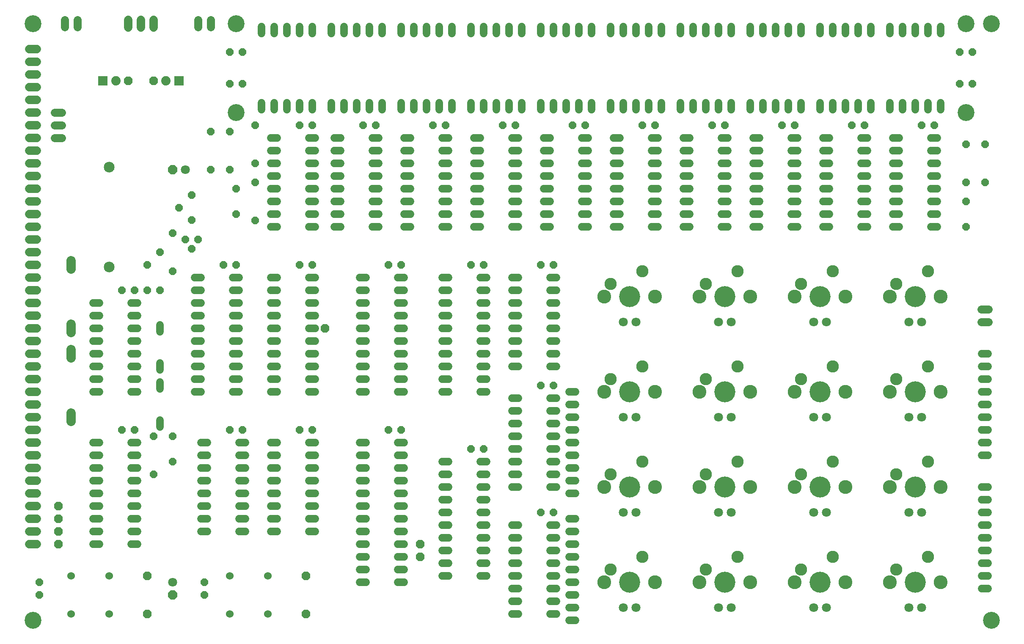
<source format=gts>
G04 EAGLE Gerber RS-274X export*
G75*
%MOMM*%
%FSLAX34Y34*%
%LPD*%
%INSoldermask Top*%
%IPPOS*%
%AMOC8*
5,1,8,0,0,1.08239X$1,22.5*%
G01*
%ADD10C,3.378200*%
%ADD11C,1.727200*%
%ADD12C,2.453200*%
%ADD13C,2.774800*%
%ADD14C,4.203600*%
%ADD15C,1.803400*%
%ADD16C,1.524000*%
%ADD17P,1.649562X8X112.500000*%
%ADD18C,1.524000*%
%ADD19P,1.869504X8X22.500000*%
%ADD20C,2.153200*%
%ADD21P,1.649562X8X292.500000*%
%ADD22C,1.879600*%
%ADD23P,1.649562X8X202.500000*%
%ADD24R,1.917700X1.917700*%
%ADD25C,1.879600*%
%ADD26C,1.625600*%
%ADD27P,1.649562X8X22.500000*%
%ADD28P,1.951982X8X292.500000*%
%ADD29P,1.951982X8X202.500000*%


D10*
X38100Y38100D03*
X38100Y1231900D03*
X1955800Y1231900D03*
X1955800Y38100D03*
X1905000Y1231900D03*
X1905000Y1054100D03*
X444500Y1054100D03*
X444500Y1231900D03*
D11*
X45720Y698500D02*
X30480Y698500D01*
X30480Y723900D02*
X45720Y723900D01*
X45720Y749300D02*
X30480Y749300D01*
X30480Y774700D02*
X45720Y774700D01*
X45720Y800100D02*
X30480Y800100D01*
X30480Y825500D02*
X45720Y825500D01*
X45720Y850900D02*
X30480Y850900D01*
X30480Y876300D02*
X45720Y876300D01*
X45720Y901700D02*
X30480Y901700D01*
X30480Y927100D02*
X45720Y927100D01*
X45720Y952500D02*
X30480Y952500D01*
X30480Y977900D02*
X45720Y977900D01*
X45720Y1003300D02*
X30480Y1003300D01*
X30480Y1028700D02*
X45720Y1028700D01*
X45720Y1054100D02*
X30480Y1054100D01*
X30480Y1079500D02*
X45720Y1079500D01*
X45720Y1104900D02*
X30480Y1104900D01*
X30480Y1155700D02*
X45720Y1155700D01*
X45720Y1181100D02*
X30480Y1181100D01*
X30480Y1130300D02*
X45720Y1130300D01*
X45720Y190500D02*
X30480Y190500D01*
X30480Y215900D02*
X45720Y215900D01*
X45720Y241300D02*
X30480Y241300D01*
X30480Y266700D02*
X45720Y266700D01*
X45720Y292100D02*
X30480Y292100D01*
X30480Y317500D02*
X45720Y317500D01*
X45720Y342900D02*
X30480Y342900D01*
X30480Y368300D02*
X45720Y368300D01*
X45720Y393700D02*
X30480Y393700D01*
X30480Y419100D02*
X45720Y419100D01*
X45720Y444500D02*
X30480Y444500D01*
X30480Y469900D02*
X45720Y469900D01*
X45720Y495300D02*
X30480Y495300D01*
X30480Y520700D02*
X45720Y520700D01*
X45720Y546100D02*
X30480Y546100D01*
X30480Y571500D02*
X45720Y571500D01*
X45720Y596900D02*
X30480Y596900D01*
X30480Y622300D02*
X45720Y622300D01*
X45720Y647700D02*
X30480Y647700D01*
X30480Y673100D02*
X45720Y673100D01*
D12*
X1193800Y711200D03*
X1257300Y736600D03*
D13*
X1181100Y685800D03*
X1282700Y685800D03*
D14*
X1231900Y685800D03*
D15*
X1244600Y635000D03*
X1219200Y635000D03*
D12*
X1384300Y711200D03*
X1447800Y736600D03*
D13*
X1371600Y685800D03*
X1473200Y685800D03*
D14*
X1422400Y685800D03*
D15*
X1435100Y635000D03*
X1409700Y635000D03*
D12*
X1574800Y711200D03*
X1638300Y736600D03*
D13*
X1562100Y685800D03*
X1663700Y685800D03*
D14*
X1612900Y685800D03*
D15*
X1625600Y635000D03*
X1600200Y635000D03*
D12*
X1765300Y711200D03*
X1828800Y736600D03*
D13*
X1752600Y685800D03*
X1854200Y685800D03*
D14*
X1803400Y685800D03*
D15*
X1816100Y635000D03*
X1790700Y635000D03*
D12*
X1193800Y520700D03*
X1257300Y546100D03*
D13*
X1181100Y495300D03*
X1282700Y495300D03*
D14*
X1231900Y495300D03*
D15*
X1244600Y444500D03*
X1219200Y444500D03*
D12*
X1384300Y520700D03*
X1447800Y546100D03*
D13*
X1371600Y495300D03*
X1473200Y495300D03*
D14*
X1422400Y495300D03*
D15*
X1435100Y444500D03*
X1409700Y444500D03*
D12*
X1574800Y520700D03*
X1638300Y546100D03*
D13*
X1562100Y495300D03*
X1663700Y495300D03*
D14*
X1612900Y495300D03*
D15*
X1625600Y444500D03*
X1600200Y444500D03*
D12*
X1765300Y520700D03*
X1828800Y546100D03*
D13*
X1752600Y495300D03*
X1854200Y495300D03*
D14*
X1803400Y495300D03*
D15*
X1816100Y444500D03*
X1790700Y444500D03*
D12*
X1193800Y330200D03*
X1257300Y355600D03*
D13*
X1181100Y304800D03*
X1282700Y304800D03*
D14*
X1231900Y304800D03*
D15*
X1244600Y254000D03*
X1219200Y254000D03*
D12*
X1384300Y330200D03*
X1447800Y355600D03*
D13*
X1371600Y304800D03*
X1473200Y304800D03*
D14*
X1422400Y304800D03*
D15*
X1435100Y254000D03*
X1409700Y254000D03*
D12*
X1574800Y330200D03*
X1638300Y355600D03*
D13*
X1562100Y304800D03*
X1663700Y304800D03*
D14*
X1612900Y304800D03*
D15*
X1625600Y254000D03*
X1600200Y254000D03*
D12*
X1765300Y330200D03*
X1828800Y355600D03*
D13*
X1752600Y304800D03*
X1854200Y304800D03*
D14*
X1803400Y304800D03*
D15*
X1816100Y254000D03*
X1790700Y254000D03*
D12*
X1384300Y139700D03*
X1447800Y165100D03*
D13*
X1371600Y114300D03*
X1473200Y114300D03*
D14*
X1422400Y114300D03*
D15*
X1435100Y63500D03*
X1409700Y63500D03*
D12*
X1574800Y139700D03*
X1638300Y165100D03*
D13*
X1562100Y114300D03*
X1663700Y114300D03*
D14*
X1612900Y114300D03*
D15*
X1625600Y63500D03*
X1600200Y63500D03*
D12*
X1765300Y139700D03*
X1828800Y165100D03*
D13*
X1752600Y114300D03*
X1854200Y114300D03*
D14*
X1803400Y114300D03*
D15*
X1816100Y63500D03*
X1790700Y63500D03*
D12*
X1193800Y139700D03*
X1257300Y165100D03*
D13*
X1181100Y114300D03*
X1282700Y114300D03*
D14*
X1231900Y114300D03*
D15*
X1244600Y63500D03*
X1219200Y63500D03*
D16*
X1752600Y1060196D02*
X1752600Y1073404D01*
X1778000Y1073404D02*
X1778000Y1060196D01*
X1803400Y1060196D02*
X1803400Y1073404D01*
X1828800Y1073404D02*
X1828800Y1060196D01*
X1854200Y1060196D02*
X1854200Y1073404D01*
X1854200Y1212596D02*
X1854200Y1225804D01*
X1828800Y1225804D02*
X1828800Y1212596D01*
X1803400Y1212596D02*
X1803400Y1225804D01*
X1778000Y1225804D02*
X1778000Y1212596D01*
X1752600Y1212596D02*
X1752600Y1225804D01*
X1758696Y1003300D02*
X1771904Y1003300D01*
X1771904Y977900D02*
X1758696Y977900D01*
X1758696Y850900D02*
X1771904Y850900D01*
X1771904Y825500D02*
X1758696Y825500D01*
X1758696Y952500D02*
X1771904Y952500D01*
X1771904Y927100D02*
X1758696Y927100D01*
X1758696Y876300D02*
X1771904Y876300D01*
X1771904Y901700D02*
X1758696Y901700D01*
X1834896Y825500D02*
X1848104Y825500D01*
X1848104Y850900D02*
X1834896Y850900D01*
X1834896Y876300D02*
X1848104Y876300D01*
X1848104Y901700D02*
X1834896Y901700D01*
X1834896Y927100D02*
X1848104Y927100D01*
X1848104Y952500D02*
X1834896Y952500D01*
X1834896Y977900D02*
X1848104Y977900D01*
X1848104Y1003300D02*
X1834896Y1003300D01*
X1612900Y1060196D02*
X1612900Y1073404D01*
X1638300Y1073404D02*
X1638300Y1060196D01*
X1663700Y1060196D02*
X1663700Y1073404D01*
X1689100Y1073404D02*
X1689100Y1060196D01*
X1714500Y1060196D02*
X1714500Y1073404D01*
X1714500Y1212596D02*
X1714500Y1225804D01*
X1689100Y1225804D02*
X1689100Y1212596D01*
X1663700Y1212596D02*
X1663700Y1225804D01*
X1638300Y1225804D02*
X1638300Y1212596D01*
X1612900Y1212596D02*
X1612900Y1225804D01*
X1618996Y1003300D02*
X1632204Y1003300D01*
X1632204Y977900D02*
X1618996Y977900D01*
X1618996Y850900D02*
X1632204Y850900D01*
X1632204Y825500D02*
X1618996Y825500D01*
X1618996Y952500D02*
X1632204Y952500D01*
X1632204Y927100D02*
X1618996Y927100D01*
X1618996Y876300D02*
X1632204Y876300D01*
X1632204Y901700D02*
X1618996Y901700D01*
X1695196Y825500D02*
X1708404Y825500D01*
X1708404Y850900D02*
X1695196Y850900D01*
X1695196Y876300D02*
X1708404Y876300D01*
X1708404Y901700D02*
X1695196Y901700D01*
X1695196Y927100D02*
X1708404Y927100D01*
X1708404Y952500D02*
X1695196Y952500D01*
X1695196Y977900D02*
X1708404Y977900D01*
X1708404Y1003300D02*
X1695196Y1003300D01*
X1473200Y1060196D02*
X1473200Y1073404D01*
X1498600Y1073404D02*
X1498600Y1060196D01*
X1524000Y1060196D02*
X1524000Y1073404D01*
X1549400Y1073404D02*
X1549400Y1060196D01*
X1574800Y1060196D02*
X1574800Y1073404D01*
X1574800Y1212596D02*
X1574800Y1225804D01*
X1549400Y1225804D02*
X1549400Y1212596D01*
X1524000Y1212596D02*
X1524000Y1225804D01*
X1498600Y1225804D02*
X1498600Y1212596D01*
X1473200Y1212596D02*
X1473200Y1225804D01*
X1479296Y1003300D02*
X1492504Y1003300D01*
X1492504Y977900D02*
X1479296Y977900D01*
X1479296Y850900D02*
X1492504Y850900D01*
X1492504Y825500D02*
X1479296Y825500D01*
X1479296Y952500D02*
X1492504Y952500D01*
X1492504Y927100D02*
X1479296Y927100D01*
X1479296Y876300D02*
X1492504Y876300D01*
X1492504Y901700D02*
X1479296Y901700D01*
X1555496Y825500D02*
X1568704Y825500D01*
X1568704Y850900D02*
X1555496Y850900D01*
X1555496Y876300D02*
X1568704Y876300D01*
X1568704Y901700D02*
X1555496Y901700D01*
X1555496Y927100D02*
X1568704Y927100D01*
X1568704Y952500D02*
X1555496Y952500D01*
X1555496Y977900D02*
X1568704Y977900D01*
X1568704Y1003300D02*
X1555496Y1003300D01*
X1333500Y1060196D02*
X1333500Y1073404D01*
X1358900Y1073404D02*
X1358900Y1060196D01*
X1384300Y1060196D02*
X1384300Y1073404D01*
X1409700Y1073404D02*
X1409700Y1060196D01*
X1435100Y1060196D02*
X1435100Y1073404D01*
X1435100Y1212596D02*
X1435100Y1225804D01*
X1409700Y1225804D02*
X1409700Y1212596D01*
X1384300Y1212596D02*
X1384300Y1225804D01*
X1358900Y1225804D02*
X1358900Y1212596D01*
X1333500Y1212596D02*
X1333500Y1225804D01*
X1339596Y1003300D02*
X1352804Y1003300D01*
X1352804Y977900D02*
X1339596Y977900D01*
X1339596Y850900D02*
X1352804Y850900D01*
X1352804Y825500D02*
X1339596Y825500D01*
X1339596Y952500D02*
X1352804Y952500D01*
X1352804Y927100D02*
X1339596Y927100D01*
X1339596Y876300D02*
X1352804Y876300D01*
X1352804Y901700D02*
X1339596Y901700D01*
X1415796Y825500D02*
X1429004Y825500D01*
X1429004Y850900D02*
X1415796Y850900D01*
X1415796Y876300D02*
X1429004Y876300D01*
X1429004Y901700D02*
X1415796Y901700D01*
X1415796Y927100D02*
X1429004Y927100D01*
X1429004Y952500D02*
X1415796Y952500D01*
X1415796Y977900D02*
X1429004Y977900D01*
X1429004Y1003300D02*
X1415796Y1003300D01*
X1193800Y1060196D02*
X1193800Y1073404D01*
X1219200Y1073404D02*
X1219200Y1060196D01*
X1244600Y1060196D02*
X1244600Y1073404D01*
X1270000Y1073404D02*
X1270000Y1060196D01*
X1295400Y1060196D02*
X1295400Y1073404D01*
X1295400Y1212596D02*
X1295400Y1225804D01*
X1270000Y1225804D02*
X1270000Y1212596D01*
X1244600Y1212596D02*
X1244600Y1225804D01*
X1219200Y1225804D02*
X1219200Y1212596D01*
X1193800Y1212596D02*
X1193800Y1225804D01*
X1199896Y1003300D02*
X1213104Y1003300D01*
X1213104Y977900D02*
X1199896Y977900D01*
X1199896Y850900D02*
X1213104Y850900D01*
X1213104Y825500D02*
X1199896Y825500D01*
X1199896Y952500D02*
X1213104Y952500D01*
X1213104Y927100D02*
X1199896Y927100D01*
X1199896Y876300D02*
X1213104Y876300D01*
X1213104Y901700D02*
X1199896Y901700D01*
X1276096Y825500D02*
X1289304Y825500D01*
X1289304Y850900D02*
X1276096Y850900D01*
X1276096Y876300D02*
X1289304Y876300D01*
X1289304Y901700D02*
X1276096Y901700D01*
X1276096Y927100D02*
X1289304Y927100D01*
X1289304Y952500D02*
X1276096Y952500D01*
X1276096Y977900D02*
X1289304Y977900D01*
X1289304Y1003300D02*
X1276096Y1003300D01*
X1054100Y1060196D02*
X1054100Y1073404D01*
X1079500Y1073404D02*
X1079500Y1060196D01*
X1104900Y1060196D02*
X1104900Y1073404D01*
X1130300Y1073404D02*
X1130300Y1060196D01*
X1155700Y1060196D02*
X1155700Y1073404D01*
X1155700Y1212596D02*
X1155700Y1225804D01*
X1130300Y1225804D02*
X1130300Y1212596D01*
X1104900Y1212596D02*
X1104900Y1225804D01*
X1079500Y1225804D02*
X1079500Y1212596D01*
X1054100Y1212596D02*
X1054100Y1225804D01*
X1060196Y1003300D02*
X1073404Y1003300D01*
X1073404Y977900D02*
X1060196Y977900D01*
X1060196Y850900D02*
X1073404Y850900D01*
X1073404Y825500D02*
X1060196Y825500D01*
X1060196Y952500D02*
X1073404Y952500D01*
X1073404Y927100D02*
X1060196Y927100D01*
X1060196Y876300D02*
X1073404Y876300D01*
X1073404Y901700D02*
X1060196Y901700D01*
X1136396Y825500D02*
X1149604Y825500D01*
X1149604Y850900D02*
X1136396Y850900D01*
X1136396Y876300D02*
X1149604Y876300D01*
X1149604Y901700D02*
X1136396Y901700D01*
X1136396Y927100D02*
X1149604Y927100D01*
X1149604Y952500D02*
X1136396Y952500D01*
X1136396Y977900D02*
X1149604Y977900D01*
X1149604Y1003300D02*
X1136396Y1003300D01*
X914400Y1060196D02*
X914400Y1073404D01*
X939800Y1073404D02*
X939800Y1060196D01*
X965200Y1060196D02*
X965200Y1073404D01*
X990600Y1073404D02*
X990600Y1060196D01*
X1016000Y1060196D02*
X1016000Y1073404D01*
X1016000Y1212596D02*
X1016000Y1225804D01*
X990600Y1225804D02*
X990600Y1212596D01*
X965200Y1212596D02*
X965200Y1225804D01*
X939800Y1225804D02*
X939800Y1212596D01*
X914400Y1212596D02*
X914400Y1225804D01*
X920496Y1003300D02*
X933704Y1003300D01*
X933704Y977900D02*
X920496Y977900D01*
X920496Y850900D02*
X933704Y850900D01*
X933704Y825500D02*
X920496Y825500D01*
X920496Y952500D02*
X933704Y952500D01*
X933704Y927100D02*
X920496Y927100D01*
X920496Y876300D02*
X933704Y876300D01*
X933704Y901700D02*
X920496Y901700D01*
X996696Y825500D02*
X1009904Y825500D01*
X1009904Y850900D02*
X996696Y850900D01*
X996696Y876300D02*
X1009904Y876300D01*
X1009904Y901700D02*
X996696Y901700D01*
X996696Y927100D02*
X1009904Y927100D01*
X1009904Y952500D02*
X996696Y952500D01*
X996696Y977900D02*
X1009904Y977900D01*
X1009904Y1003300D02*
X996696Y1003300D01*
X774700Y1060196D02*
X774700Y1073404D01*
X800100Y1073404D02*
X800100Y1060196D01*
X825500Y1060196D02*
X825500Y1073404D01*
X850900Y1073404D02*
X850900Y1060196D01*
X876300Y1060196D02*
X876300Y1073404D01*
X876300Y1212596D02*
X876300Y1225804D01*
X850900Y1225804D02*
X850900Y1212596D01*
X825500Y1212596D02*
X825500Y1225804D01*
X800100Y1225804D02*
X800100Y1212596D01*
X774700Y1212596D02*
X774700Y1225804D01*
X780796Y1003300D02*
X794004Y1003300D01*
X794004Y977900D02*
X780796Y977900D01*
X780796Y850900D02*
X794004Y850900D01*
X794004Y825500D02*
X780796Y825500D01*
X780796Y952500D02*
X794004Y952500D01*
X794004Y927100D02*
X780796Y927100D01*
X780796Y876300D02*
X794004Y876300D01*
X794004Y901700D02*
X780796Y901700D01*
X856996Y825500D02*
X870204Y825500D01*
X870204Y850900D02*
X856996Y850900D01*
X856996Y876300D02*
X870204Y876300D01*
X870204Y901700D02*
X856996Y901700D01*
X856996Y927100D02*
X870204Y927100D01*
X870204Y952500D02*
X856996Y952500D01*
X856996Y977900D02*
X870204Y977900D01*
X870204Y1003300D02*
X856996Y1003300D01*
X635000Y1060196D02*
X635000Y1073404D01*
X660400Y1073404D02*
X660400Y1060196D01*
X685800Y1060196D02*
X685800Y1073404D01*
X711200Y1073404D02*
X711200Y1060196D01*
X736600Y1060196D02*
X736600Y1073404D01*
X736600Y1212596D02*
X736600Y1225804D01*
X711200Y1225804D02*
X711200Y1212596D01*
X685800Y1212596D02*
X685800Y1225804D01*
X660400Y1225804D02*
X660400Y1212596D01*
X635000Y1212596D02*
X635000Y1225804D01*
X641096Y1003300D02*
X654304Y1003300D01*
X654304Y977900D02*
X641096Y977900D01*
X641096Y850900D02*
X654304Y850900D01*
X654304Y825500D02*
X641096Y825500D01*
X641096Y952500D02*
X654304Y952500D01*
X654304Y927100D02*
X641096Y927100D01*
X641096Y876300D02*
X654304Y876300D01*
X654304Y901700D02*
X641096Y901700D01*
X717296Y825500D02*
X730504Y825500D01*
X730504Y850900D02*
X717296Y850900D01*
X717296Y876300D02*
X730504Y876300D01*
X730504Y901700D02*
X717296Y901700D01*
X717296Y927100D02*
X730504Y927100D01*
X730504Y952500D02*
X717296Y952500D01*
X717296Y977900D02*
X730504Y977900D01*
X730504Y1003300D02*
X717296Y1003300D01*
X495300Y1060196D02*
X495300Y1073404D01*
X520700Y1073404D02*
X520700Y1060196D01*
X546100Y1060196D02*
X546100Y1073404D01*
X571500Y1073404D02*
X571500Y1060196D01*
X596900Y1060196D02*
X596900Y1073404D01*
X596900Y1212596D02*
X596900Y1225804D01*
X571500Y1225804D02*
X571500Y1212596D01*
X546100Y1212596D02*
X546100Y1225804D01*
X520700Y1225804D02*
X520700Y1212596D01*
X495300Y1212596D02*
X495300Y1225804D01*
X514096Y1003300D02*
X527304Y1003300D01*
X527304Y977900D02*
X514096Y977900D01*
X514096Y850900D02*
X527304Y850900D01*
X527304Y825500D02*
X514096Y825500D01*
X514096Y952500D02*
X527304Y952500D01*
X527304Y927100D02*
X514096Y927100D01*
X514096Y876300D02*
X527304Y876300D01*
X527304Y901700D02*
X514096Y901700D01*
X590296Y825500D02*
X603504Y825500D01*
X603504Y850900D02*
X590296Y850900D01*
X590296Y876300D02*
X603504Y876300D01*
X603504Y901700D02*
X590296Y901700D01*
X590296Y927100D02*
X603504Y927100D01*
X603504Y952500D02*
X590296Y952500D01*
X590296Y977900D02*
X603504Y977900D01*
X603504Y1003300D02*
X590296Y1003300D01*
X856996Y723900D02*
X870204Y723900D01*
X870204Y698500D02*
X856996Y698500D01*
X856996Y571500D02*
X870204Y571500D01*
X870204Y546100D02*
X856996Y546100D01*
X856996Y673100D02*
X870204Y673100D01*
X870204Y647700D02*
X856996Y647700D01*
X856996Y596900D02*
X870204Y596900D01*
X870204Y622300D02*
X856996Y622300D01*
X856996Y520700D02*
X870204Y520700D01*
X870204Y495300D02*
X856996Y495300D01*
X933196Y495300D02*
X946404Y495300D01*
X946404Y520700D02*
X933196Y520700D01*
X933196Y546100D02*
X946404Y546100D01*
X946404Y571500D02*
X933196Y571500D01*
X933196Y596900D02*
X946404Y596900D01*
X946404Y622300D02*
X933196Y622300D01*
X933196Y647700D02*
X946404Y647700D01*
X946404Y673100D02*
X933196Y673100D01*
X933196Y698500D02*
X946404Y698500D01*
X946404Y723900D02*
X933196Y723900D01*
X705104Y723900D02*
X691896Y723900D01*
X691896Y698500D02*
X705104Y698500D01*
X705104Y571500D02*
X691896Y571500D01*
X691896Y546100D02*
X705104Y546100D01*
X705104Y673100D02*
X691896Y673100D01*
X691896Y647700D02*
X705104Y647700D01*
X705104Y596900D02*
X691896Y596900D01*
X691896Y622300D02*
X705104Y622300D01*
X705104Y520700D02*
X691896Y520700D01*
X691896Y495300D02*
X705104Y495300D01*
X768096Y495300D02*
X781304Y495300D01*
X781304Y520700D02*
X768096Y520700D01*
X768096Y546100D02*
X781304Y546100D01*
X781304Y571500D02*
X768096Y571500D01*
X768096Y596900D02*
X781304Y596900D01*
X781304Y622300D02*
X768096Y622300D01*
X768096Y647700D02*
X781304Y647700D01*
X781304Y673100D02*
X768096Y673100D01*
X768096Y698500D02*
X781304Y698500D01*
X781304Y723900D02*
X768096Y723900D01*
X527304Y723900D02*
X514096Y723900D01*
X514096Y698500D02*
X527304Y698500D01*
X527304Y571500D02*
X514096Y571500D01*
X514096Y546100D02*
X527304Y546100D01*
X527304Y673100D02*
X514096Y673100D01*
X514096Y647700D02*
X527304Y647700D01*
X527304Y596900D02*
X514096Y596900D01*
X514096Y622300D02*
X527304Y622300D01*
X527304Y520700D02*
X514096Y520700D01*
X514096Y495300D02*
X527304Y495300D01*
X590296Y495300D02*
X603504Y495300D01*
X603504Y520700D02*
X590296Y520700D01*
X590296Y546100D02*
X603504Y546100D01*
X603504Y571500D02*
X590296Y571500D01*
X590296Y596900D02*
X603504Y596900D01*
X603504Y622300D02*
X590296Y622300D01*
X590296Y647700D02*
X603504Y647700D01*
X603504Y673100D02*
X590296Y673100D01*
X590296Y698500D02*
X603504Y698500D01*
X603504Y723900D02*
X590296Y723900D01*
X996696Y723900D02*
X1009904Y723900D01*
X1009904Y698500D02*
X996696Y698500D01*
X996696Y571500D02*
X1009904Y571500D01*
X1009904Y546100D02*
X996696Y546100D01*
X996696Y673100D02*
X1009904Y673100D01*
X1009904Y647700D02*
X996696Y647700D01*
X996696Y596900D02*
X1009904Y596900D01*
X1009904Y622300D02*
X996696Y622300D01*
X1072896Y546100D02*
X1086104Y546100D01*
X1086104Y571500D02*
X1072896Y571500D01*
X1072896Y596900D02*
X1086104Y596900D01*
X1086104Y622300D02*
X1072896Y622300D01*
X1072896Y647700D02*
X1086104Y647700D01*
X1086104Y673100D02*
X1072896Y673100D01*
X1072896Y698500D02*
X1086104Y698500D01*
X1086104Y723900D02*
X1072896Y723900D01*
D17*
X482600Y838200D03*
X482600Y914400D03*
X482600Y952500D03*
X482600Y1028700D03*
D16*
X691896Y393700D02*
X705104Y393700D01*
X705104Y368300D02*
X691896Y368300D01*
X691896Y342900D02*
X705104Y342900D01*
X705104Y317500D02*
X691896Y317500D01*
X691896Y292100D02*
X705104Y292100D01*
X705104Y266700D02*
X691896Y266700D01*
X691896Y241300D02*
X705104Y241300D01*
X705104Y215900D02*
X691896Y215900D01*
X691896Y190500D02*
X705104Y190500D01*
X705104Y165100D02*
X691896Y165100D01*
X691896Y139700D02*
X705104Y139700D01*
X705104Y114300D02*
X691896Y114300D01*
X768096Y114300D02*
X781304Y114300D01*
X781304Y139700D02*
X768096Y139700D01*
X768096Y165100D02*
X781304Y165100D01*
X781304Y190500D02*
X768096Y190500D01*
X768096Y215900D02*
X781304Y215900D01*
X781304Y241300D02*
X768096Y241300D01*
X768096Y266700D02*
X781304Y266700D01*
X781304Y292100D02*
X768096Y292100D01*
X768096Y317500D02*
X781304Y317500D01*
X781304Y342900D02*
X768096Y342900D01*
X768096Y368300D02*
X781304Y368300D01*
X781304Y393700D02*
X768096Y393700D01*
X996696Y482600D02*
X1009904Y482600D01*
X1009904Y457200D02*
X996696Y457200D01*
X996696Y330200D02*
X1009904Y330200D01*
X1009904Y304800D02*
X996696Y304800D01*
X996696Y431800D02*
X1009904Y431800D01*
X1009904Y406400D02*
X996696Y406400D01*
X996696Y355600D02*
X1009904Y355600D01*
X1009904Y381000D02*
X996696Y381000D01*
X1072896Y304800D02*
X1086104Y304800D01*
X1086104Y330200D02*
X1072896Y330200D01*
X1072896Y355600D02*
X1086104Y355600D01*
X1086104Y381000D02*
X1072896Y381000D01*
X1072896Y406400D02*
X1086104Y406400D01*
X1086104Y431800D02*
X1072896Y431800D01*
X1072896Y457200D02*
X1086104Y457200D01*
X1086104Y482600D02*
X1072896Y482600D01*
X1009904Y228600D02*
X996696Y228600D01*
X996696Y203200D02*
X1009904Y203200D01*
X1009904Y76200D02*
X996696Y76200D01*
X996696Y50800D02*
X1009904Y50800D01*
X1009904Y177800D02*
X996696Y177800D01*
X996696Y152400D02*
X1009904Y152400D01*
X1009904Y101600D02*
X996696Y101600D01*
X996696Y127000D02*
X1009904Y127000D01*
X1072896Y50800D02*
X1086104Y50800D01*
X1086104Y76200D02*
X1072896Y76200D01*
X1072896Y101600D02*
X1086104Y101600D01*
X1086104Y127000D02*
X1072896Y127000D01*
X1072896Y152400D02*
X1086104Y152400D01*
X1086104Y177800D02*
X1072896Y177800D01*
X1072896Y203200D02*
X1086104Y203200D01*
X1086104Y228600D02*
X1072896Y228600D01*
X870204Y355600D02*
X856996Y355600D01*
X856996Y330200D02*
X870204Y330200D01*
X870204Y203200D02*
X856996Y203200D01*
X856996Y177800D02*
X870204Y177800D01*
X870204Y304800D02*
X856996Y304800D01*
X856996Y279400D02*
X870204Y279400D01*
X870204Y228600D02*
X856996Y228600D01*
X856996Y254000D02*
X870204Y254000D01*
X870204Y152400D02*
X856996Y152400D01*
X856996Y127000D02*
X870204Y127000D01*
X933196Y127000D02*
X946404Y127000D01*
X946404Y152400D02*
X933196Y152400D01*
X933196Y177800D02*
X946404Y177800D01*
X946404Y203200D02*
X933196Y203200D01*
X933196Y228600D02*
X946404Y228600D01*
X946404Y254000D02*
X933196Y254000D01*
X933196Y279400D02*
X946404Y279400D01*
X946404Y304800D02*
X933196Y304800D01*
X933196Y330200D02*
X946404Y330200D01*
X946404Y355600D02*
X933196Y355600D01*
X1110996Y292100D02*
X1124204Y292100D01*
X1124204Y317500D02*
X1110996Y317500D01*
X1110996Y342900D02*
X1124204Y342900D01*
X1124204Y368300D02*
X1110996Y368300D01*
X1110996Y393700D02*
X1124204Y393700D01*
X1124204Y419100D02*
X1110996Y419100D01*
X1110996Y444500D02*
X1124204Y444500D01*
X1124204Y469900D02*
X1110996Y469900D01*
X1110996Y495300D02*
X1124204Y495300D01*
X1124204Y38100D02*
X1110996Y38100D01*
X1110996Y63500D02*
X1124204Y63500D01*
X1124204Y88900D02*
X1110996Y88900D01*
X1110996Y114300D02*
X1124204Y114300D01*
X1124204Y139700D02*
X1110996Y139700D01*
X1110996Y165100D02*
X1124204Y165100D01*
X1124204Y190500D02*
X1110996Y190500D01*
X1110996Y215900D02*
X1124204Y215900D01*
X1124204Y241300D02*
X1110996Y241300D01*
X527304Y393700D02*
X514096Y393700D01*
X514096Y368300D02*
X527304Y368300D01*
X527304Y241300D02*
X514096Y241300D01*
X514096Y215900D02*
X527304Y215900D01*
X527304Y342900D02*
X514096Y342900D01*
X514096Y317500D02*
X527304Y317500D01*
X527304Y266700D02*
X514096Y266700D01*
X514096Y292100D02*
X527304Y292100D01*
X590296Y215900D02*
X603504Y215900D01*
X603504Y241300D02*
X590296Y241300D01*
X590296Y266700D02*
X603504Y266700D01*
X603504Y292100D02*
X590296Y292100D01*
X590296Y317500D02*
X603504Y317500D01*
X603504Y342900D02*
X590296Y342900D01*
X590296Y368300D02*
X603504Y368300D01*
X603504Y393700D02*
X590296Y393700D01*
X387604Y393700D02*
X374396Y393700D01*
X374396Y368300D02*
X387604Y368300D01*
X387604Y241300D02*
X374396Y241300D01*
X374396Y215900D02*
X387604Y215900D01*
X387604Y342900D02*
X374396Y342900D01*
X374396Y317500D02*
X387604Y317500D01*
X387604Y266700D02*
X374396Y266700D01*
X374396Y292100D02*
X387604Y292100D01*
X450596Y215900D02*
X463804Y215900D01*
X463804Y241300D02*
X450596Y241300D01*
X450596Y266700D02*
X463804Y266700D01*
X463804Y292100D02*
X450596Y292100D01*
X450596Y317500D02*
X463804Y317500D01*
X463804Y342900D02*
X450596Y342900D01*
X450596Y368300D02*
X463804Y368300D01*
X463804Y393700D02*
X450596Y393700D01*
D18*
X431800Y50800D03*
X508000Y50800D03*
X508000Y127000D03*
X431800Y127000D03*
D19*
X584200Y127000D03*
X584200Y50800D03*
D16*
X171704Y393700D02*
X158496Y393700D01*
X158496Y368300D02*
X171704Y368300D01*
X171704Y342900D02*
X158496Y342900D01*
X158496Y317500D02*
X171704Y317500D01*
X171704Y292100D02*
X158496Y292100D01*
X158496Y266700D02*
X171704Y266700D01*
X171704Y241300D02*
X158496Y241300D01*
X158496Y215900D02*
X171704Y215900D01*
X171704Y190500D02*
X158496Y190500D01*
X234696Y190500D02*
X247904Y190500D01*
X247904Y215900D02*
X234696Y215900D01*
X234696Y241300D02*
X247904Y241300D01*
X247904Y266700D02*
X234696Y266700D01*
X234696Y292100D02*
X247904Y292100D01*
X247904Y317500D02*
X234696Y317500D01*
X234696Y342900D02*
X247904Y342900D01*
X247904Y368300D02*
X234696Y368300D01*
X234696Y393700D02*
X247904Y393700D01*
D20*
X190500Y945100D03*
X190500Y745100D03*
D21*
X317500Y406400D03*
X317500Y355600D03*
D17*
X279400Y330200D03*
X279400Y406400D03*
D16*
X292100Y425196D02*
X292100Y438404D01*
X292100Y501396D02*
X292100Y514604D01*
X292100Y615696D02*
X292100Y628904D01*
X292100Y552704D02*
X292100Y539496D01*
D22*
X114300Y613918D02*
X114300Y630682D01*
X114300Y740918D02*
X114300Y757682D01*
X114300Y579882D02*
X114300Y563118D01*
X114300Y452882D02*
X114300Y436118D01*
D23*
X241300Y419100D03*
X215900Y419100D03*
D19*
X812800Y165100D03*
D16*
X171704Y673100D02*
X158496Y673100D01*
X158496Y647700D02*
X171704Y647700D01*
X171704Y520700D02*
X158496Y520700D01*
X158496Y495300D02*
X171704Y495300D01*
X171704Y622300D02*
X158496Y622300D01*
X158496Y596900D02*
X171704Y596900D01*
X171704Y546100D02*
X158496Y546100D01*
X158496Y571500D02*
X171704Y571500D01*
X234696Y495300D02*
X247904Y495300D01*
X247904Y520700D02*
X234696Y520700D01*
X234696Y546100D02*
X247904Y546100D01*
X247904Y571500D02*
X234696Y571500D01*
X234696Y596900D02*
X247904Y596900D01*
X247904Y622300D02*
X234696Y622300D01*
X234696Y647700D02*
X247904Y647700D01*
X247904Y673100D02*
X234696Y673100D01*
D21*
X292100Y774700D03*
X292100Y698500D03*
D23*
X241300Y698500D03*
X215900Y698500D03*
D18*
X114300Y50800D03*
X190500Y50800D03*
X190500Y127000D03*
X114300Y127000D03*
D19*
X266700Y127000D03*
X266700Y50800D03*
D24*
X177800Y1117600D03*
X330200Y1117600D03*
D25*
X204000Y1117600D03*
X304000Y1117600D03*
D19*
X279400Y1117600D03*
X228600Y1117600D03*
D17*
X266700Y698500D03*
X266700Y749300D03*
D23*
X596900Y1028700D03*
X571500Y1028700D03*
X723900Y1028700D03*
X698500Y1028700D03*
X863600Y1028700D03*
X838200Y1028700D03*
X1003300Y1028700D03*
X977900Y1028700D03*
X1143000Y1028700D03*
X1117600Y1028700D03*
X1282700Y1028700D03*
X1257300Y1028700D03*
X1422400Y1028700D03*
X1397000Y1028700D03*
X1562100Y1028700D03*
X1536700Y1028700D03*
X1841500Y1028700D03*
X1816100Y1028700D03*
X1701800Y1028700D03*
X1676400Y1028700D03*
X939800Y749300D03*
X914400Y749300D03*
X1079500Y749300D03*
X1054100Y749300D03*
X596900Y749300D03*
X571500Y749300D03*
X774700Y749300D03*
X749300Y749300D03*
X457200Y419100D03*
X431800Y419100D03*
X596900Y419100D03*
X571500Y419100D03*
X774700Y419100D03*
X749300Y419100D03*
X939800Y381000D03*
X914400Y381000D03*
X1079500Y508000D03*
X1054100Y508000D03*
X1079500Y254000D03*
X1054100Y254000D03*
D21*
X50800Y114300D03*
X50800Y88900D03*
X381000Y114300D03*
X381000Y88900D03*
D16*
X1936496Y571500D02*
X1949704Y571500D01*
X1949704Y546100D02*
X1936496Y546100D01*
X1936496Y520700D02*
X1949704Y520700D01*
X1949704Y495300D02*
X1936496Y495300D01*
X1936496Y469900D02*
X1949704Y469900D01*
X1949704Y444500D02*
X1936496Y444500D01*
X1936496Y419100D02*
X1949704Y419100D01*
X1949704Y393700D02*
X1936496Y393700D01*
X1936496Y368300D02*
X1949704Y368300D01*
X1949704Y304800D02*
X1936496Y304800D01*
X1936496Y279400D02*
X1949704Y279400D01*
X1949704Y254000D02*
X1936496Y254000D01*
X1936496Y228600D02*
X1949704Y228600D01*
X1949704Y203200D02*
X1936496Y203200D01*
X1936496Y177800D02*
X1949704Y177800D01*
X1949704Y152400D02*
X1936496Y152400D01*
X1936496Y127000D02*
X1949704Y127000D01*
X1949704Y101600D02*
X1936496Y101600D01*
D26*
X1935988Y660400D02*
X1950212Y660400D01*
X1950212Y635000D02*
X1935988Y635000D01*
X96012Y1003300D02*
X81788Y1003300D01*
X81788Y1028700D02*
X96012Y1028700D01*
X96012Y1054100D02*
X81788Y1054100D01*
D27*
X431800Y1174750D03*
X457200Y1174750D03*
D17*
X393700Y939800D03*
X393700Y1016000D03*
D27*
X431800Y1111250D03*
X457200Y1111250D03*
D17*
X431800Y939800D03*
X431800Y1016000D03*
D26*
X368300Y1224788D02*
X368300Y1239012D01*
X393700Y1239012D02*
X393700Y1224788D01*
D19*
X88900Y266700D03*
X88900Y241300D03*
X88900Y215900D03*
X88900Y190500D03*
X812800Y190500D03*
D27*
X1892300Y1174750D03*
X1917700Y1174750D03*
X1892300Y1111250D03*
X1917700Y1111250D03*
D17*
X1943100Y914400D03*
X1943100Y990600D03*
X1905000Y914400D03*
X1905000Y990600D03*
D28*
X317500Y88900D03*
D15*
X317500Y114300D03*
D17*
X1905000Y825500D03*
X1905000Y876300D03*
X444500Y850900D03*
X444500Y901700D03*
D21*
X355600Y838454D03*
X355600Y888746D03*
X330200Y863600D03*
D29*
X317500Y939800D03*
D15*
X342900Y939800D03*
D16*
X361696Y723900D02*
X374904Y723900D01*
X374904Y698500D02*
X361696Y698500D01*
X361696Y571500D02*
X374904Y571500D01*
X374904Y546100D02*
X361696Y546100D01*
X361696Y673100D02*
X374904Y673100D01*
X374904Y647700D02*
X361696Y647700D01*
X361696Y596900D02*
X374904Y596900D01*
X374904Y622300D02*
X361696Y622300D01*
X361696Y520700D02*
X374904Y520700D01*
X374904Y495300D02*
X361696Y495300D01*
X437896Y495300D02*
X451104Y495300D01*
X451104Y520700D02*
X437896Y520700D01*
X437896Y546100D02*
X451104Y546100D01*
X451104Y571500D02*
X437896Y571500D01*
X437896Y596900D02*
X451104Y596900D01*
X451104Y622300D02*
X437896Y622300D01*
X437896Y647700D02*
X451104Y647700D01*
X451104Y673100D02*
X437896Y673100D01*
X437896Y698500D02*
X451104Y698500D01*
X451104Y723900D02*
X437896Y723900D01*
D23*
X444500Y749300D03*
X419100Y749300D03*
D19*
X622300Y622300D03*
D23*
X342900Y800100D03*
X355600Y781050D03*
X368300Y800100D03*
D17*
X317500Y736600D03*
X317500Y812800D03*
D26*
X101600Y1224788D02*
X101600Y1239012D01*
X127000Y1239012D02*
X127000Y1224788D01*
D11*
X228600Y1224280D02*
X228600Y1239520D01*
X254000Y1239520D02*
X254000Y1224280D01*
X279400Y1224280D02*
X279400Y1239520D01*
M02*

</source>
